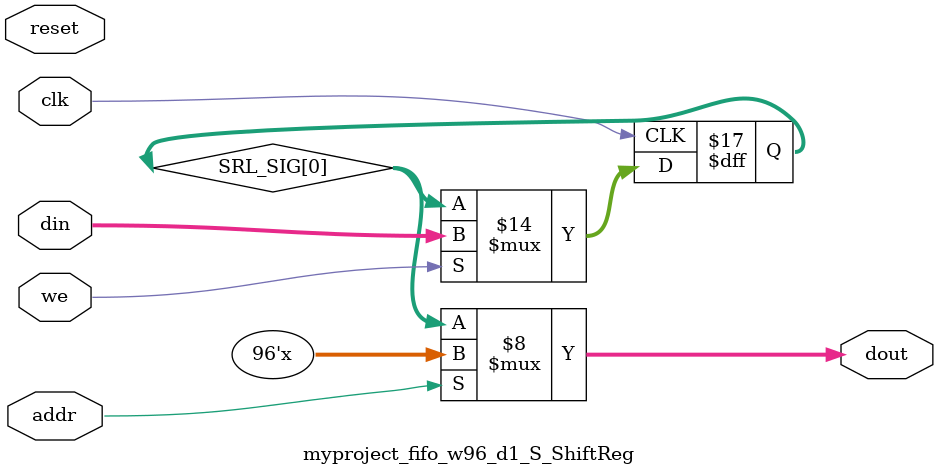
<source format=v>

`timescale 1 ns / 1 ps


module myproject_fifo_w96_d1_S
#(parameter
    MEM_STYLE   = "shiftReg",
    DATA_WIDTH  = 96,
    ADDR_WIDTH  = 1,
    DEPTH       = 1)
(
    // system signal
    input  wire                  clk,
    input  wire                  reset,

    // write
    output wire                  if_full_n,
    input  wire                  if_write_ce,
    input  wire                  if_write,
    input  wire [DATA_WIDTH-1:0] if_din,
    
    // read 
    output wire [ADDR_WIDTH:0]   if_num_data_valid, // for FRP
    output wire [ADDR_WIDTH:0]   if_fifo_cap,       // for FRP
    output wire                  if_empty_n,
    input  wire                  if_read_ce,
    input  wire                  if_read,
    output wire [DATA_WIDTH-1:0] if_dout
);
//------------------------Parameter----------------------

//------------------------Local signal-------------------
    wire [ADDR_WIDTH-1:0]     addr;
    wire                      push;
    wire                      pop;
    reg signed [ADDR_WIDTH:0] mOutPtr;
    reg                       empty_n = 1'b0;
    reg                       full_n  = 1'b1;
    // with almost full?  no 
    // has output register?  no 
//------------------------Instantiation------------------
    myproject_fifo_w96_d1_S_ShiftReg 
    #(  .DATA_WIDTH (DATA_WIDTH),
        .ADDR_WIDTH (ADDR_WIDTH),
        .DEPTH      (DEPTH))
    U_myproject_fifo_w96_d1_S_ShiftReg (
        .clk        (clk),
        .reset      (reset),
        .we         (push),
        .addr       (addr),
        .din        (if_din),
        .dout       (if_dout)
    );
//------------------------Task and function--------------

//------------------------Body---------------------------
    // has num_data_valid ? 
    assign if_num_data_valid = mOutPtr + 1'b1; // yes
    assign if_fifo_cap = DEPTH; // yes  

    // has almost full ? 
    assign if_full_n  = full_n; //no 
    assign push       = full_n & if_write_ce & if_write;

    // has output register? 
    assign if_empty_n = empty_n;  // no
    assign pop        = empty_n & if_read_ce & if_read; // no 

    assign addr       = mOutPtr[ADDR_WIDTH] == 1'b0 ? mOutPtr[ADDR_WIDTH-1:0] : {ADDR_WIDTH{1'b0}};

    // mOutPtr
    always @(posedge clk) begin
        if (reset == 1'b1)
            mOutPtr <= {ADDR_WIDTH+1{1'b1}};
        else if (push & ~pop)
            mOutPtr <= mOutPtr + 1'b1;
        else if (~push & pop)
            mOutPtr <= mOutPtr - 1'b1;
    end

    // full_n
    always @(posedge clk) begin
        if (reset == 1'b1)
            full_n <= 1'b1;
        else if (push & ~pop) begin
            if (mOutPtr == DEPTH - 2)
                full_n <= 1'b0;
        end
        else if (~push & pop)
            full_n <= 1'b1;
    end

    // almost_full_n 

    // empty_n
    always @(posedge clk) begin
        if (reset == 1'b1)
            empty_n <= 1'b0;
        else if (push & ~pop)
            empty_n <= 1'b1;
        else if (~push & pop) begin
            if (mOutPtr == 0)
                empty_n <= 1'b0;
        end
    end
 
    // num_data_valid 

    // dout_vld 

endmodule  


module myproject_fifo_w96_d1_S_ShiftReg
#(parameter
    DATA_WIDTH  = 96,
    ADDR_WIDTH  = 1,
    DEPTH       = 1)
(
    input  wire                  clk,
    input  wire                  reset,
    input  wire                  we,
    input  wire [ADDR_WIDTH-1:0] addr,
    input  wire [DATA_WIDTH-1:0] din,
    //output register? 
    output wire [DATA_WIDTH-1:0] dout // no 
);

    reg [DATA_WIDTH-1:0] SRL_SIG [0:DEPTH-1];
    integer i;

    always @ (posedge clk) begin
        if (we) begin
            for (i=0; i<DEPTH-1; i=i+1)
                SRL_SIG[i+1] <= SRL_SIG[i];
            SRL_SIG[0] <= din;
        end
    end

    //read from SRL, output register? 
    assign dout = SRL_SIG[addr];// no 

endmodule

</source>
